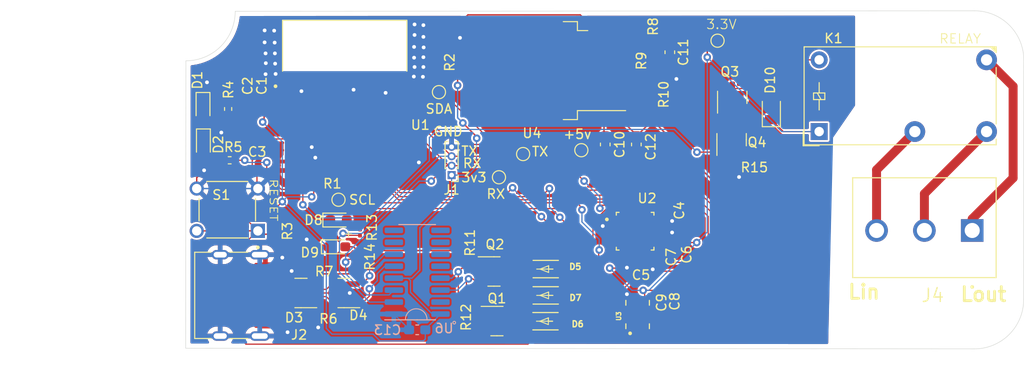
<source format=kicad_pcb>
(kicad_pcb (version 20221018) (generator pcbnew)
  (layers (0 "F.Cu" mixed) (31 "B.Cu" power) (34 "B.Paste" user) (35 "F.Paste" user) (36 "B.SilkS" user "B.Silkscreen") (37 "F.SilkS" user "F.Silkscreen") (38 "B.Mask" user) (39 "F.Mask" user) (44 "Edge.Cuts" user))
  (net 0 "")
  (net 1 "+3.3V")
  (net 2 "GND")
  (net 7 "/RST")
  (net 11 "RX")
  (net 12 "INIT_MPU")
  (net 14 "TX")
  (net 15 "SCL")
  (net 21 "Net-(D2-A)")
  (net 22 "Net-(D10-A)")
  (net 23 "SDA")
  (net 24 "Net-(U2-CPOUT)")
  (net 25 "+5V")
  (net 30 "Net-(D8-A)")
  (net 31 "Net-(D6-K)")
  (net 33 "Net-(U2-REGOUT)")
  (net 34 "Net-(D1-A)")
  (net 37 "INIT_ICM")
  (net 42 "CS")
  (net 47 "Net-(J2-CC2)")
  (net 48 "Net-(J2-CC1)")
  (net 49 "D+")
  (net 50 "D-")
  (net 53 "LED")
  (net 54 "Net-(U4-VA)")
  (net 55 "Net-(U4-EN)")
  (net 56 "Net-(Q1-B)")
  (net 57 "Net-(Q1-E)")
  (net 58 "Net-(Q2-B)")
  (net 59 "Net-(Q2-E)")
  (net 60 "/IO_0")
  (net 68 "Net-(D9-A)")
  (net 69 "Net-(J4-Pin_1)")
  (net 70 "Net-(J4-Pin_2)")
  (net 71 "Net-(J4-Pin_3)")
  (net 72 "Net-(Q3-B)")
  (net 73 "Relay")
  (net 74 "Net-(D5-K)")
  (net 75 "/IO_2")
  (footprint "mpu:QFN50P400X400X95-24N" (layer "F.Cu") (at 116.341 74.209)
    (fp_text reference "U2")
    (fp_text value "MPU-6050")
  )
  (footprint "Resistor_SMD:R_0402_1005Metric" (layer "F.Cu") (at 73.277 66.675 180)
    (fp_text reference "R5")
    (fp_text value "1k")
  )
  (footprint "ICM:PQFN50P300X250X97-14N" (layer "F.Cu") (at 116.607 83.058 90)
    (fp_text reference "U3")
    (fp_text value "ICM-42688-P")
  )
  (footprint "Package_TO_SOT_SMD:SOT-23" (layer "F.Cu") (at 126.655 59.9925 90)
    (fp_text reference "Q3")
    (fp_text value "BC847")
  )
  (footprint "LED_SMD:LED_0603_1608Metric_Pad1.05x0.95mm_HandSolder" (layer "F.Cu") (at 70.485 65.01 -90)
    (fp_text reference "D2")
    (fp_text value "Status Led")
  )
  (footprint "Resistor_SMD:R_0201_0603Metric" (layer "F.Cu") (at 81.4176 78.4352)
    (fp_text reference "R7")
    (fp_text value "4.7k")
  )
  (footprint "Resistor_SMD:R_0201_0603Metric" (layer "F.Cu") (at 98.425 81.026 -90)
    (fp_text reference "R12")
    (fp_text value "10k")
  )
  (footprint "Resistor_SMD:R_0201_0603Metric" (layer "F.Cu") (at 87.122 76.871 -90)
    (fp_text reference "R14")
    (fp_text value "1k")
  )
  (footprint "Package_TO_SOT_SMD:TO-263-5_TabPin3" (layer "F.Cu") (at 105.386 57.15 180)
    (fp_text reference "U4")
    (fp_text value "IFX25401TBV")
  )
  (footprint "Capacitor_SMD:C_01005_0402Metric" (layer "F.Cu") (at 75.438 60.431 90)
    (fp_text reference "C2")
    (fp_text value "0.1uF")
  )
  (footprint "TestPoint:TestPoint_Pad_D1.0mm" (layer "F.Cu") (at 110.629 65.604)
    (fp_text reference "+5v")
    (fp_text value "TX")
  )
  (footprint "TestPoint:TestPoint_Pad_D1.0mm" (layer "F.Cu") (at 84.836 70.866)
    (fp_text reference "SCL")
    (fp_text value "SCL")
  )
  (footprint "Capacitor_SMD:C_01005_0402Metric" (layer "F.Cu") (at 120.036 72.009 -90)
    (fp_text reference "C4")
    (fp_text value "2.2nF")
  )
  (footprint "Package_TO_SOT_SMD:SOT-23" (layer "F.Cu") (at 85.4225 80.772 180)
    (fp_text reference "D4")
    (fp_text value "SP0502BAHT")
  )
  (footprint "Connector_USB:USB_C_Receptacle_G-Switch_GT-USB-7010ASV" (layer "F.Cu") (at 73.347 81.024 -90)
    (fp_text reference "J2")
    (fp_text value "USB_C_Receptacle_USB2.0")
  )
  (footprint "Capacitor_SMD:C_01005_0402Metric" (layer "F.Cu") (at 76.936 60.431 90)
    (fp_text reference "C1")
    (fp_text value "10uF")
  )
  (footprint "Resistor_SMD:R_0201_0603Metric" (layer "F.Cu") (at 118.249 54.337 -90)
    (fp_text reference "R8")
    (fp_text value "13.19k")
  )
  (footprint "Resistor_SMD:R_0201_0603Metric" (layer "F.Cu") (at 87.122 74.331 -90)
    (fp_text reference "R13")
    (fp_text value "1k")
  )
  (footprint "Schottky:DIO_MMSZ4700T1G" (layer "F.Cu") (at 106.8475 78.232)
    (fp_text reference "D5")
    (fp_text value "D_Schottky")
  )
  (footprint "Schottky:DIO_MMSZ4700T1G" (layer "F.Cu") (at 106.8205 83.7692)
    (fp_text reference "D6")
    (fp_text value "D_Schottky")
  )
  (footprint "TestPoint:TestPoint_Pad_D1.0mm" (layer "F.Cu") (at 101.8794 68.4784)
    (fp_text reference "RX")
    (fp_text value "RX")
  )
  (footprint "Capacitor_SMD:C_01005_0402Metric" (layer "F.Cu") (at 120.544 83.291 90)
    (fp_text reference "C8")
    (fp_text value "0.1uF")
  )
  (footprint "Resistor_SMD:R_0201_0603Metric" (layer "F.Cu") (at 78.359 74.204 -90)
    (fp_text reference "R3")
    (fp_text value "10k")
  )
  (footprint "Schottky:DIO_MMSZ4700T1G" (layer "F.Cu") (at 106.8443 81.026)
    (fp_text reference "D7")
    (fp_text value "D_Schottky")
  )
  (footprint "Screw:CUI_TB009-508-03BE" (layer "F.Cu") (at 152.146 74.1325 180)
    (fp_text reference "J4")
    (fp_text value "Screw_Terminal_01x03")
  )
  (footprint "button:SW_TS02-66-95-BK-260-LCR-D" (layer "F.Cu") (at 73.025 71.9275 180)
    (fp_text reference "S1")
    (fp_text value "TS02-66-95-BK-260-LCR-D")
  )
  (footprint "LED_SMD:LED_0603_1608Metric_Pad1.05x0.95mm_HandSolder" (layer "F.Cu") (at 84.836 73.025)
    (fp_text reference "D8")
    (fp_text value "TX")
  )
  (footprint "Resistor_SMD:R_0201_0603Metric" (layer "F.Cu") (at 82.1542 83.4898 180)
    (fp_text reference "R6")
    (fp_text value "4.7k")
  )
  (footprint "TestPoint:TestPoint_Pad_D1.0mm" (layer "F.Cu") (at 125.095 53.975)
    (fp_text reference "TP2" hide)
    (fp_text value "TX")
  )
  (footprint "Package_TO_SOT_SMD:SOT-23" (layer "F.Cu") (at 101.3483 78.486)
    (fp_text reference "Q2")
    (fp_text value "BC847")
  )
  (footprint "Diode_SMD:D_0805_2012Metric" (layer "F.Cu") (at 130.81 61.4195 90)
    (fp_text reference "D10")
    (fp_text value "CD4148W")
  )
  (footprint "Resistor_SMD:R_0402_1005Metric" (layer "F.Cu") (at 73.1126 61.226 -90)
    (fp_text reference "R4")
    (fp_text value "1k")
  )
  (footprint "LED_SMD:LED_0603_1608Metric_Pad1.05x0.95mm_HandSolder" (layer "F.Cu") (at 84.6807 75.8655)
    (fp_text reference "D9")
    (fp_text value "RX")
  )
  (footprint "TestPoint:TestPoint_Pad_D1.0mm" (layer "F.Cu") (at 104.4448 66.0146 180)
    (fp_text reference "TP6" hide)
    (fp_text value "TX")
  )
  (footprint "esp 32:MODULE_ESP32-PICO-MINI-02" (layer "F.Cu") (at 85.496 62.812)
    (fp_text reference "U1")
    (fp_text value "ESP32-PICO-MINI-02")
  )
  (footprint "Resistor_SMD:R_0201_0603Metric" (layer "F.Cu") (at 126.655 67.183 180)
    (fp_text reference "R15")
    (fp_text value "10k")
  )
  (footprint "Resistor_SMD:R_0201_0603Metric" (layer "F.Cu") (at 98.806 77.815 90)
    (fp_text reference "R11")
    (fp_text value "10k")
  )
  (footprint "Capacitor_SMD:C_0603_1608Metric_Pad1.08x0.95mm_HandSolder" (layer "F.Cu") (at 116.471 64.9955 -90)
    (fp_text reference "C12")
    (fp_text value "10uF")
  )
  (footprint "TestPoint:TestPoint_Pad_D1.0mm" (layer "F.Cu") (at 95.504 59.436)
    (fp_text reference "SDA")
    (fp_text value "SDA")
  )
  (footprint "Resistor_SMD:R_0201_0603Metric" (layer "F.Cu") (at 118.249 59.671 90)
    (fp_text reference "R10")
    (fp_text value "4.7k")
  )
  (footprint "Resistor_SMD:R_0201_0603Metric" (layer "F.Cu") (at 118.249 56.115 -90)
    (fp_text reference "R9")
    (fp_text value "10k")
  )
  (footprint "Connector_PinHeader_1.00mm:PinHeader_1x04_P1.00mm_Vertical" (layer "F.Cu") (at 96.8502 68.2498 180)
    (fp_text reference "J1")
    (fp_text value "Conn_01x04_Pin")
  )
  (footprint "Capacitor_SMD:C_01005_0402Metric" (layer "F.Cu") (at 75.925 67.945)
    (fp_text reference "C3")
    (fp_text value "0.1uF")
  )
  (footprint "Capacitor_SMD:C_01005_0402Metric" (layer "F.Cu") (at 119.909 75.184 -90)
    (fp_text reference "C7")
    (fp_text value "10nF")
  )
  (footprint "Capacitor_SMD:C_01005_0402Metric" (layer "F.Cu") (at 119.02 83.312 90)
    (fp_text reference "C9")
    (fp_text value "0.1uF")
  )
  (footprint "Capacitor_SMD:C_01005_0402Metric" (layer "F.Cu") (at 121.687 75.163 90)
    (fp_text reference "C6")
    (fp_text value "0.1uF")
  )
  (footprint "LED_SMD:LED_0603_1608Metric_Pad1.05x0.95mm_HandSolder" (layer "F.Cu") (at 70.4456 61.1378 -90)
    (fp_text reference "D1")
    (fp_text value "Red Led")
  )
  (footprint "Resistor_SMD:R_0201_0603Metric" (layer "F.Cu") (at 95.6056 56.2762 -90)
    (fp_text reference "R2")
    (fp_text value "4.7k")
  )
  (footprint "Capacitor_SMD:C_01005_0402Metric" (layer "F.Cu") (at 116.84 77.851)
    (fp_text reference "C5")
    (fp_text value "0.1uF")
  )
  (footprint "Package_TO_SOT_SMD:SOT-23" (layer "F.Cu") (at 80.8505 80.772 180)
    (fp_text reference "D3")
    (fp_text value "SP0502BAHT")
  )
  (footprint "Capacitor_SMD:C_0603_1608Metric_Pad1.08x0.95mm_HandSolder" (layer "F.Cu") (at 113.169 64.9955 -90)
    (fp_text reference "C10")
    (fp_text value "10uF")
  )
  (footprint "Relay_THT:Relay_SPDT_Finder_32.21-x000" (layer "F.Cu") (at 135.89 63.627)
    (fp_text reference "K1")
    (fp_text value "Relay_SPDT")
  )
  (footprint "Capacitor_SMD:C_0603_1608Metric_Pad1.08x0.95mm_HandSolder" (layer "F.Cu") (at 120.027 55.1995 -90)
    (fp_text reference "C11")
    (fp_text value "1000uF")
  )
  (footprint "Package_TO_SOT_SMD:SOT-23" (layer "F.Cu") (at 101.662 83.754)
    (fp_text reference "Q1")
    (fp_text value "BC847")
  )
  (footprint "Package_TO_SOT_SMD:SOT-23" (layer "F.Cu") (at 126.589 64.486 90)
    (fp_text reference "Q4")
    (fp_text value "BC847")
  )
  (footprint "Resistor_SMD:R_0201_0603Metric" (layer "F.Cu") (at 82.5246 69.596)
    (fp_text reference "R1")
    (fp_text value "4.7k")
  )
  (footprint "Package_SO:SOIC-16_3.9x9.9mm_P1.27mm" (layer "B.Cu") (at 93.1926 78.5622)
    (fp_text reference "U6")
    (fp_text value "CH340C")
  )
  (footprint "Capacitor_SMD:C_0603_1608Metric_Pad1.08x0.95mm_HandSolder" (layer "B.Cu") (at 93.1926 84.6836 180)
    (fp_text reference "C13")
    (fp_text value "0.1uF")
  )
  (gr_arc (start 91.948 83.5914) (mid 93.091 82.4484) (end 94.234 83.5914) (stroke (width 0.1)) (layer "B.SilkS"))
  (gr_circle (center 97.1296 83.9216) (end 97.028 83.82) (stroke (width 0.1)) (fill none) (layer "B.SilkS"))
  (gr_line (start 152.373942 86.70795) (end 69.5706 86.6394) (stroke (width 0.05)) (layer "Edge.Cuts"))
  (gr_arc (start 73.862477 50.8508) (mid 72.3392 54.567482) (end 68.630142 56.109232) (stroke (width 0.05)) (layer "Edge.Cuts"))
  (gr_line (start 69.1642 86.6394) (end 68.6054 86.6394) (stroke (width 0.05)) (layer "Edge.Cuts"))
  (gr_arc (start 152.366318 50.800723) (mid 156.083 52.324) (end 157.62475 56.033058) (stroke (width 0.05)) (layer "Edge.Cuts"))
  (gr_line (start 73.862477 50.8508) (end 152.366318 50.800723) (stroke (width 0.05)) (layer "Edge.Cuts"))
  (gr_line (start 68.630142 56.109232) (end 68.6054 86.6394) (stroke (width 0.05)) (layer "Edge.Cuts"))
  (gr_line (start 69.5706 86.6394) (end 69.1642 86.6394) (stroke (width 0.05)) (layer "Edge.Cuts"))
  (gr_arc (start 157.606277 81.449518) (mid 156.083 85.1662) (end 152.373942 86.70795) (stroke (width 0.05)) (layer "Edge.Cuts"))
  (gr_line (start 157.62475 56.033058) (end 157.606277 81.449518) (stroke (width 0.05)) (layer "Edge.Cuts"))
  (gr_text "Lin" (at 138.811 81.534) (layer "F.SilkS") (effects (font (size 1.5 1.5) (thickness 0.3) bold) (justify left bottom)))
  (gr_text "RESET" (at 77.47 68.58 -90) (layer "F.SilkS") (effects (font (size 0.8 1) (thickness 0.1)) (justify left bottom)))
  (gr_text "3v3\n" (at 97.79 69.088) (layer "F.SilkS") (effects (font (size 1 1)) (justify left bottom)))
  (gr_text "3.3V\n" (at 123.825 52.825) (layer "F.SilkS") (effects (font (size 1 1) (thickness 0.1)) (justify left bottom)))
  (gr_text "RELAY" (at 148.59 54.356) (layer "F.SilkS") (effects (font (size 1 1) (thickness 0.1)) (justify left bottom)))
  (gr_text "TX\n" (at 97.79 66.294) (layer "F.SilkS") (effects (font (size 1 1)) (justify left bottom)))
  (gr_text "GND" (at 94.858722 64.208219) (layer "F.SilkS") (effects (font (size 1 1)) (justify left bottom)))
  (gr_text "Lout" (at 150.749 81.788) (layer "F.SilkS") (effects (font (size 1.5 1.5) (thickness 0.3) bold) (justify left bottom)))
  (gr_text "RX" (at 97.959827 67.588348) (layer "F.SilkS") (effects (font (size 1 1)) (justify left bottom)))
  (segment (start 118.336 75.434) (end 118.311 75.459) (width 0.127) (layer "F.Cu") (net 1))
  (segment (start 98.5774 51.2318) (end 95.6056 54.2036) (width 0.15) (layer "F.Cu") (net 1))
  (segment (start 132.08 63.627) (end 130.81 62.357) (width 0.127) (layer "F.Cu") (net 1))
  (segment (start 76.936 60.681) (end 76.936 62.4592) (width 0.15) (layer "F.Cu") (net 1))
  (segment (start 135.89 63.627) (end 132.08 63.627) (width 0.127) (layer "F.Cu") (net 1))
  (segment (start 121.4628 80.9498) (end 121.0056 80.4926) (width 0.127) (layer "F.Cu") (net 1))
  (segment (start 121.4628 83.312) (end 121.4628 80.9498) (width 0.127) (layer "F.Cu") (net 1))
  (segment (start 97.4852 56.5404) (end 97.4852 58.7248) (width 0.15) (layer "F.Cu") (net 1))
  (segment (start 95.6056 55.9562) (end 96.901 55.9562) (width 0.15) (layer "F.Cu") (net 1))
  (segment (start 119.909 75.434) (end 118.336 75.434) (width 0.127) (layer "F.Cu") (net 1))
  (segment (start 122.8848 75.413) (end 122.8852 75.4126) (width 0.127) (layer "F.Cu") (net 1))
  (segment (start 117.982 53.75) (end 118.249 54.017) (width 0.15) (layer "F.Cu") (net 1))
  (segment (start 78.359 71.5772) (end 78.867 71.0692) (width 0.127) (layer "F.Cu") (net 1))
  (segment (start 121.687 75.413) (end 122.8848 75.413) (width 0.127) (layer "F.Cu") (net 1))
  (segment (start 117.522 83.558) (end 119.016 83.558) (width 0.127) (layer "F.Cu") (net 1))
  (segment (start 115.591 76.959) (end 114.4196 78.1304) (width 0.127) (layer "F.Cu") (net 1))
  (segment (start 119.016 83.558) (end 119.02 83.562) (width 0.127) (layer "F.Cu") (net 1))
  (segment (start 121.666 75.434) (end 121.687 75.413) (width 0.127) (layer "F.Cu") (net 1))
  (segment (start 118.249 54.017) (end 119.707 54.017) (width 0.15) (layer "F.Cu") (net 1))
  (segment (start 125.095 53.975) (end 124.0028 55.0672) (width 0.15) (layer "F.Cu") (net 1))
  (segment (start 121.0056 80.4926) (end 117.1956 80.4926) (width 0.127) (layer "F.Cu") (net 1))
  (segment (start 119.02 83.562) (end 120.523 83.562) (width 0.127) (layer "F.Cu") (net 1))
  (segment (start 119.707 54.017) (end 120.027 54.337) (width 0.15) (layer "F.Cu") (net 1))
  (segment (start 117.357 80.654) (end 117.1956 80.4926) (width 0.127) (layer "F.Cu") (net 1))
  (segment (start 78.526 60.412) (end 78.257 60.681) (width 0.15) (layer "F.Cu") (net 1))
  (segment (start 120.544 83.541) (end 121.2338 83.541) (width 0.127) (layer "F.Cu") (net 1))
  (segment (start 78.257 60.681) (end 76.936 60.681) (width 0.15) (layer "F.Cu") (net 1))
  (segment (start 114.4196 78.1304) (end 113.6396 78.1304) (width 0.127) (layer "F.Cu") (net 1))
  (segment (start 95.6056 54.2036) (end 95.6056 55.9562) (width 0.15) (layer "F.Cu") (net 1))
  (segment (start 121.2338 83.541) (end 121.4628 83.312) (width 0.127) (layer "F.Cu") (net 1))
  (segment (start 79.596 60.412) (end 78.526 60.412) (width 0.15) (layer "F.Cu") (net 1))
  (segment (start 117.357 81.893) (end 117.357 80.654) (width 0.127) (layer "F.Cu") (net 1))
  (segment (start 124.0028 55.0672) (end 124.0028 55.7276) (width 0.15) (layer "F.Cu") (net 1))
  (segment (start 73.1126 60.716) (end 75.403 60.716) (width 0.127) (layer "F.Cu") (net 1))
  (segment (start 110.5178 51.2318) (end 98.5774 51.2318) (width 0.15) (layer "F.Cu") (net 1))
  (segment (start 76.936 62.4592) (end 76.7842 62.611) (width 0.15) (layer "F.Cu") (net 1))
  (segment (start 113.036 53.75) (end 110.5178 51.2318) (width 0.15) (layer "F.Cu") (net 1))
  (segment (start 99.5172 64.1858) (end 99.5172 64.3356) (width 0.15) (layer "F.Cu") (net 1))
  (segment (start 120.389 53.975) (end 120.027 54.337) (width 0.15) (layer "F.Cu") (net 1))
  (segment (start 98.044 62.7126) (end 99.5172 64.1858) (width 0.15) (layer "F.Cu") (net 1))
  (segment (start 82.2046 70.3478) (end 81.9912 70.5612) (width 0.127) (layer "F.Cu") (net 1))
  (segment (start 82.2046 69.596) (end 82.2046 70.3478) (width 0.127) (layer "F.Cu") (net 1))
  (segment (start 119.909 75.434) (end 121.666 75.434) (width 0.127) (layer "F.Cu") (net 1))
  (segment (start 96.901 55.9562) (end 97.4852 56.5404) (width 0.15) (layer "F.Cu") (net 1))
  (segment (start 120.523 83.562) (end 120.544 83.541) (width 0.127) (layer "F.Cu") (net 1))
  (segment (start 78.359 73.884) (end 78.359 71.5772) (width 0.127) (layer "F.Cu") (net 1))
  (segment (start 75.403 60.716) (end 75.438 60.681) (width 0.127) (layer "F.Cu") (net 1))
  (segment (start 75.438 60.681) (end 76.936 60.681) (width 0.15) (layer "F.Cu") (net 1))
  (segment (start 125.095 53.975) (end 120.389 53.975) (width 0.15) (layer "F.Cu") (net 1))
  (segment (start 113.036 53.75) (end 117.982 53.75) (width 0.15) (layer "F.Cu") (net 1))
  (segment (start 115.591 76.179) (end 115.591 76.959) (width 0.127) (layer "F.Cu") (net 1))
  (via (at 99.5172 64.3356) (size 0.8) (drill 0.4) (layers "F.Cu" "B.Cu") (net 1))
  (via (at 97.4852 58.7248) (size 0.8) (drill 0.4) (layers "F.Cu" "B.Cu") (net 1))
  (via (at 98.044 62.7126) (size 0.8) (drill 0.4) (layers "F.Cu" "B.Cu") (net 1))
  (via (at 81.9912 70.5612) (size 0.8) (drill 0.4) (layers "F.Cu" "B.Cu") (net 1))
  (via (at 124.0028 55.7276) (size 0.8) (drill 0.4) (layers "F.Cu" "B.Cu") (net 1))
  (via (at 78.867 71.0692) (size 0.8) (drill 0.4) (layers "F.Cu" "B.Cu") (net 1))
  (via (at 117.1956 80.4926) (size 0.8) (drill 0.4) (layers "F.Cu" "B.Cu") (net 1))
  (via (at 122.8852 75.4126) (size 0.8) (drill 0.4) (layers "F.Cu" "B.Cu") (net 1))
  (via (at 76.7842 62.611) (size 0.8) (drill 0.4) (layers "F.Cu" "B.Cu") (net 1))
  (via (at 113.6396 78.1304) (size 0.8) (drill 0.4) (layers "F.Cu" "B.Cu") (net 1))
  (segment (start 117.8052 80.4926) (end 122.8852 75.4126) (width 0.127) (layer "B.Cu") (net 1))
  (segment (start 90.7176 79.1972) (end 92.6338 79.1972) (width 0.127) (layer "B.Cu") (net 1))
  (segment (start 113.6396 78.1304) (end 116.0018 80.4926) (width 0.127) (layer "B.Cu") (net 1))
  (segment (start 84.1502 85.1408) (end 83.5406 84.5312) (width 0.127) (layer "B.Cu") (net 1))
  (segment (start 124.0028 55.7276) (end 131.9022 63.627) (width 0.127) (layer "B.Cu") (net 1))
  (segment (start 93.472 78.359) (end 93.472 73.8378) (width 0.127) (layer "B.Cu") (net 1))
  (segment (start 99.493256 64.616144) (end 99.5172 64.5922) (width 0.127) (layer "B.Cu") (net 1))
  (segment (start 89.2302 85.852) (end 88.519 85.1408) (width 0.127) (layer "B.Cu") (net 1))
  (segment (start 78.867 71.0692) (end 78.867 64.6938) (width 0.127) (layer "B.Cu") (net 1))
  (segment (start 96.8502 70.4596) (end 96.8502 68.2498) (width 0.127) (layer "B.Cu") (net 1))
  (segment (start 122.8852 75.4126) (end 124.0028 74.295) (width 0.127) (layer "B.Cu") (net 1))
  (segment (start 92.4814 79.4512) (end 92.4814 80.6958) (width 0.127) (layer "B.Cu") (net 1))
  (segment (start 117.1956 80.4926) (end 117.8052 80.4926) (width 0.127) (layer "B.Cu") (net 1))
  (segment (start 78.867 64.6938) (end 76.7842 62.611) (width 0.127) (layer "B.Cu") (net 1))
  (segment (start 116.0018 80.4926) (end 117.1956 80.4926) (width 0.127) (layer "B.Cu") (net 1))
  (segment (start 96.8502 68.2498) (end 98.5774 68.2498) (width 0.127) (layer "B.Cu") (net 1))
  (segment (start 92.2274 79.1972) (end 92.4814 79.4512) (width 0.127) (layer "B.Cu") (net 1))
  (segment (start 94.0551 85.6499) (end 93.853 85.852) (width 0.127) (layer "B.Cu") (net 1))
  (segment (start 99.5172 64.5922) (end 99.5172 64.3356) (width 0.127) (layer "B.Cu") (net 1))
  (segment (start 92.4814 80.6958) (end 94.7928 83.0072) (width 0.127) (layer "B.Cu") (net 1))
  (segment (start 97.4852 62.1538) (end 98.044 62.7126) (width 0.15) (layer "B.Cu") (net 1))
  (segment (start 92.6338 79.1972) (end 93.472 78.359) (width 0.127) (layer "B.Cu") (net 1))
  (segment (start 99.493256 67.333944) (end 99.493256 64.616144) (width 0.127) (layer "B.Cu") (net 1))
  (segment (start 78.867 71.0692) (end 79.375 70.5612) (width 0.127) (layer "B.Cu") (net 1))
  (segment (start 131.9022 63.627) (end 135.89 63.627) (width 0.127) (layer "B.Cu") (net 1))
  (segment (start 94.0551 84.6836) (end 94.0551 85.6499) (width 0.127) (layer "B.Cu") (net 1))
  (segment (start 124.0028 74.295) (end 124.0028 55.7276) (width 0.127) (layer "B.Cu") (net 1))
  (segment (start 113.6396 78.1304) (end 113.7666 78.0034) (width 0.127) (layer "B.Cu") (net 1))
  (segment (start 94.0551 84.6197) (end 94.0551 84.6836) (width 0.127) (layer "B.Cu") (net 1))
  (segment (start 88.519 85.1408) (end 84.1502 85.1408) (width 0.127) (layer "B.Cu") (net 1))
  (segment (start 83.5406 75.7428) (end 78.867 71.0692) (width 0.127) (layer "B.Cu") (net 1))
  (segment (start 98.5774 68.2498) (end 99.493256 67.333944) (width 0.127) (layer "B.Cu") (net 1))
  (segment (start 97.4852 58.7248) (end 97.4852 62.1538) (width 0.15) (layer "B.Cu") (net 1))
  (segment (start 90.7176 79.1972) (end 92.2274 79.1972) (width 0.127) (layer "B.Cu") (net 1))
  (segment (start 95.6676 83.0072) (end 94.0551 84.6197) (width 0.127) (layer "B.Cu") (net 1))
  (segment (start 94.7928 83.0072) (end 95.6676 83.0072) (width 0.127) (layer "B.Cu") (net 1))
  (segment (start 93.472 73.8378) (end 96.8502 70.4596) (width 0.127) (layer "B.Cu") (net 1))
  (segment (start 93.853 85.852) (end 89.2302 85.852) (width 0.127) (layer "B.Cu") (net 1))
  (segment (start 83.5406 84.5312) (end 83.5406 75.7428) (width 0.127) (layer "B.Cu") (net 1))
  (segment (start 79.375 70.5612) (end 81.9912 70.5612) (width 0.127) (layer "B.Cu") (net 1))
  (segment (start 85.496 60.862) (end 87.446 60.862) (width 0.15) (layer "F.Cu") (net 2))
  (segment (start 83.546 64.762) (end 85.496 64.762) (width 0.15) (layer "F.Cu") (net 2))
  (segment (start 82.296 57.912) (end 83.096 57.912) (width 0.15) (layer "F.Cu") (net 2))
  (segment (start 113.036 57.15) (end 118.7196 57.15) (width 0.15) (layer "F.Cu") (net 2))
  (segment (start 115.857 81.186) (end 115.857 81.893) (width 0.15) (layer "F.Cu") (net 2))
  (segment (start 115.4684 78.0796) (end 115.4684 77.6986) (width 0.15) (layer "F.Cu") (net 2))
  (segment (start 119.909 74.934) (end 121.666 74.934) (width 0.127) (layer "F.Cu") (net 2))
  (segment (start 85.496 64.762) (end 85.496 62.812) (width 0.15) (layer "F.Cu") (net 2))
  (segment (start 83.096 57.912) (end 83.896 57.912) (width 0.15) (layer "F.Cu") (net 2))
  (segment (start 121.666 74.934) (end 121.687 74.913) (width 0.127) (layer "F.Cu") (net 2))
  (segment (start 126.975 67.183) (end 126.975 68.047) (width 0.127) (layer "F.Cu") (net 2))
  (segment (start 120.7262 58.039) (end 119.8372 57.15) (width 0.15) (layer "F.Cu") (net 2))
  (segment (start 88.696 57.912) (end 89.496 57.912) (width 0.15) (layer "F.Cu") (net 2))
  (segment (start 77.072 84.224) (end 78.7122 84.224) (width 0.15) (layer "F.Cu") (net 2))
  (segment (start 98.444 54.375) (end 97.7392 53.6702) (width 0.15) (layer "F.Cu") (net 2))
  (segment (start 87.096 57.912) (end 87.896 57.912) (width 0.15) (layer "F.Cu") (net 2))
  (segment (start 113.036 57.15) (end 103.886 57.15) (width 0.15) (layer "F.Cu") (net 2))
  (segment (start 76.175 69.5775) (end 76.275 69.6775) (width 0.127) (layer "F.Cu") (net 2))
  (segment (start 83.546 62.812) (end 83.546 60.862) (width 0.15) (layer "F.Cu") (net 2))
  (segment (start 82.3722 66.3956) (end 82.296 66.4718) (width 0.15) (layer "F.Cu") (net 2))
  (segment (start 79.596 66.812) (end 79.596 67.712) (width 0.127) (layer "F.Cu") (net 2))
  (segment (start 84.485 80.772) (end 86.0298 80.772) (width 0.127) (layer "F.Cu") (net 2))
  (segment (start 90.296 59.056) (end 90.296 57.912) (width 0.15) (layer "F.Cu") (net 2))
  (segment (start 83.961 73.025) (end 83.961 75.4308) (width 0.15) (layer "F.Cu") (net 2))
  (segment (start 116.857 81.893) (end 116.857 81.469962) (width 0.15) (layer "F.Cu") (net 2))
  (segment (start 120.036 72.259) (end 120.036 72.496) (width 0.127) (layer "F.Cu") (net 2))
  (segment (start 70.4456 60.2628) (end 70.4456 58.815) (width 0.15) (layer "F.Cu") (net 2))
  (segment (start 89.8398 59.5122) (end 90.296 59.056) (width 0.15) (layer "F.Cu") (net 2))
  (segment (start 79.596 57.912) (end 79.546 57.862) (width 0.15) (layer "F.Cu") (net 2))
  (segment (start 79.596 67.712) (end 79.546 67.762) (width 0.127) (layer "F.Cu") (net 2))
  (segment (start 77.072 77.824) (end 78.0558 77.824) (width 0.15) (layer "F.Cu") (net 2))
  (segment (start 89.496 57.912) (end 90.296 57.912) (width 0.15) (layer "F.Cu") (net 2))
  (segment (start 81.0976 78.4352) (end 79.8576 78.4352) (width 0.127) (layer "F.Cu") (net 2))
  (segment (start 120.036 72.259) (end 120.036 72.8936) (width 0.127) (layer "F.Cu") (net 2))
  (segment (start 112.903 73.522) (end 112.903 73.66) (width 0.15) (layer "F.Cu") (net 2))
  (segment (start 83.546 64.762) (end 82.5072 64.762) (width 0.15) (layer "F.Cu") (net 2))
  (segment (start 81.9615 75.5861) (end 81.4578 75.0824) (width 0.15) (layer "F.Cu") (net 2))
  (segment (start 79.596 58.812) (end 79.596 57.912) (width 0.15) (layer "F.Cu") (net 2))
  (segment (start 83.546 60.862) (end 85.496 60.862) (width 0.15) (layer "F.Cu") (net 2))
  (segment (start 119.016 83.058) (end 119.02 83.062) (width 0.127) (layer "F.Cu") (net 2))
  (segment (start 81.496 57.912) (end 82.296 57.912) (width 0.15) (layer "F.Cu") (net 2))
  (segment (start 83.961 75.4308) (end 83.8057 75.5861) (width 0.15) (layer "F.Cu") (net 2))
  (segment (start 116.091 77.076) (end 116.091 76.179) (width 0.15) (layer "F.Cu") (net 2))
  (segment (start 82.2409 75.8655) (end 81.9615 75.5861) (width 0.15) (layer "F.Cu") (net 2))
  (segment (start 93.3704 67.0814) (end 93.3704 66.9036) (width 0.15) (layer "F.Cu") (net 2))
  (segment (start 84.696 57.912) (end 86.296 57.912) (width 0.15) (layer "F.Cu") (net 2))
  (segment (start 79.546 57.862) (end 80.646 57.862) (width 0.15) (layer "F.Cu") (net 2))
  (segment (start 118.2116 78.2574) (end 118.2116 78.232) (width 0.127) (layer "F.Cu") (net 2))
  (segment (start 86.4362 59.182) (end 86.296 59.0418) (width 0.15) (layer "F.Cu") (net 2))
  (segment (start 78.0558 77.824) (end 78.867 77.0128) (width 0.15) (layer "F.Cu") (net 2))
  (segment (start 87.446 64.762) (end 87.446 62.812) (width 0.15) (layer "F.Cu") (net 2))
  (segment (start 113.036 57.15) (end 117.534 57.15) (width 0.15) (layer "F.Cu") (net 2))
  (segment (start 113.169 65.858) (end 116.471 65.858) (width 0.127) (layer "F.Cu") (net 2))
  (segment (start 127.539 66.619) (end 126.975 67.183) (width 0.127) (layer "F.Cu") (net 2))
  (segment (start 80.899 59.3344) (end 80.696 59.1314) (width 0.15) (layer "F.Cu") (net 2))
  (segment (start 119.909 74.7058) (end 119.909 74.934) (width 0.127) (layer "F.Cu") (net 2))
  (segment (start 82.4742 84.2268) (end 82.677 84.4296) (width 0.127) (layer "F.Cu") (net 2))
  (segment (start 80.696 57.912) (end 81.496 57.912) (width 0.15) (layer "F.Cu") (net 2))
  (segment (start 115.9664 81.323) (end 115.857 81.4324) (width 0.15) (layer "F.Cu") (net 2))
  (segment (start 117.8306 77.851) (end 117.09 77.851) (width 0.127) (layer "F.Cu") (net 2))
  (segment (start 91.446 67.762) (end 92.6898 67.762) (width 0.15) (layer "F.Cu") (net 2))
  (segment (start 114.371 72.959) (end 113.466 72.959) (width 0.15) (layer "F.Cu") (net 2))
  (segment (start 120.269 74.3458) (end 119.909 74.7058) (width 0.127) (layer "F.Cu") (net 2))
  (segment (start 83.546 64.762) (end 83.546 62.812) (width 0.15) (layer "F.Cu") (net 2))
  (segment (start 70.4456 58.815) (end 70.866 58.3946) (width 0.15) (layer "F.Cu") (net 2))
  (segment (start 71.9836 64.135) (end 72.39 63.7286) (width 0.15) (layer "F.Cu") (net 2))
  (segment (start 126.975 68.047) (end 127.381 68.453) (width 0.127) (layer "F.Cu") (net 2))
  (segment (start 69.775 68.528) (end 70.5612 67.7418) (width 0.15) (layer "F.Cu") (net 2))
  (segment (start 120.523 83.062) (end 120.544 83.041) (width 0.127) (layer "F.Cu") (net 2))
  (segment (start 82.296 66.4718) (end 82.296 67.712) (width 0.15) (layer "F.Cu") (net 2))
  (segment (start 82.4742 83.4898) (end 82.4742 84.2268) (width 0.127) (layer "F.Cu") (net 2))
  (segment (start 115.4684 77.6986) (end 116.091 77.076) (width 0.15) (layer "F.Cu") (net 2))
  (segment (start 76.175 67.945) (end 76.175 69.5775) (width 0.127) (layer "F.Cu") (net 2))
  (segment (start 117.522 83.058) (end 119.016 83.058) (width 0.127) (layer "F.Cu") (net 2))
  (segment (start 127.539 65.4235) (end 127.539 66.619) (width 0.127) (layer "F.Cu") (net 2))
  (segment (start 76.936 60.181) (end 77.505 59.612) (width 0.15) (layer "F.Cu") (net 2))
  (segment (start 113.466 72.959) (end 112.903 73.522) (width 0.15) (layer "F.Cu") (net 2))
  (segment (start 117.091 77.85) (end 117.09 77.851) (width 0.127) (layer "F.Cu") (net 2))
  (segment (start 87.446 60.862) (end 87.446 62.812) (width 0.15) (layer "F.Cu") (net 2))
  (segment (start 117.522 82.558) (end 117.522 83.058) (width 0.15) (layer "F.Cu") (net 2))
  (segment (start 77.505 59.612) (end 79.596 59.612) (width 0.15) (layer "F.Cu") (net 2))
  (segment (start 80.696 59.1314) (end 80.696 57.912) (width 0.15) (layer "F.Cu") (net 2))
  (segment (start 80.646 57.862) (end 80.696 57.912) (width 0.15) (layer "F.Cu") (net 2))
  (segment (start 86.296 57.912) (end 87.096 57.912) (width 0.15) (layer "F.Cu") (net 2))
  (segment (start 127.605 65.3575) (end 127.539 65.4235) (width 0.127) (layer "F.Cu") (net 2))
  (segment (start 117.091 76.179) (end 117.091 77.85) (width 0.127) (layer "F.Cu") (net 2))
  (segment (start 119.02 83.062) (end 120.523 83.062) (width 0.127) (layer "F.Cu") (net 2))
  (segment (start 83.546 62.812) (end 85.496 62.812) (width 0.15) (layer "F.Cu") (net 2))
  (segment (start 127.605 60.93) (end 127.605 65.3575) (width 0.127) (layer "F.Cu") (net 2))
  (segment (start 83.8057 75.8655) (end 82.2409 75.8655) (width 0.15) (layer "F.Cu") (net 2))
  (segment (start 85.496 62.812) (end 87.446 62.812) (width 0.15) (layer "F.Cu") (net 2))
  (segment (start 116.857 81.469962) (end 116.710038 81.323) (width 0.15) (layer "F.Cu") (net 2))
  (segment (start 87.896 57.912) (end 88.696 57.912) (width 0.15) (layer "F.Cu") (net 2))
  (segment (start 117.534 57.15) (end 118.249 56.435) (width 0.15) (layer "F.Cu") (net 2))
  (segment (start 118.939 57.15) (end 120.027 56.062) (width 0.15) (layer "F.Cu") (net 2))
  (segment (start 119.573 72.959) (end 118.311 72.959) (width 0.127) (layer "F.Cu") (net 2))
  (segment (start 118.2116 78.232) (end 117.8306 77.851) (width 0.127) (layer "F.Cu") (net 2))
  (segment (start 119.8372 57.15) (end 118.7196 57.15) (width 0.15) (layer "F.Cu") (net 2))
  (segment (start 118.7196 57.15) (end 118.939 57.15) (width 0.15) (layer "F.Cu") (net 2))
  (segment (start 69.775 69.6775) (end 69.775 68.528) (width 0.15) (layer "F.Cu") (net 2))
  (segment (start 120.036 72.8936) (end 120.269 73.1266) (width 0.127) (layer "F.Cu") (net 2))
  (segment (start 120.036 72.496) (end 119.573 72.959) (width 0.127) (layer "F.Cu") (net 2))
  (segment (start 85.496 62.812) (end 85.496 60.862) (width 0.15) (layer "F.Cu") (net 2))
  (segment (start 115.567824 80.896824) (end 115.857 81.186) (width 0.15) (layer "F.Cu") (net 2))
  (segment (start 78.7122 84.224) (end 79.4258 84.9376) (width 0.15) (layer "F.Cu") (net 2))
  (segment (start 70.485 64.135) (end 71.9836 64.135) (width 0.15) (layer "F.Cu") (net 2))
  (segment (start 115.4684 80.896824) (end 115.567824 80.896824) (width 0.15) (layer "F.Cu") (net 2))
  (segment (start 92.6898 67.762) (end 93.3704 67.0814) (width 0.15) (layer "F.Cu") (net 2))
  (segment (start 85.496 64.762) (end 87.446 64.762) (width 0.15) (layer "F.Cu") (net 2))
  (segment (start 82.5072 64.762) (end 81.9912 65.278) (width 0.15) (layer "F.Cu") (net 2))
  (segment (start 116.710038 81.323) (end 115.9664 81.323) (width 0.15) (layer "F.Cu") (net 2))
  (segment (start 79.913 80.772) (end 84.485 80.772) (width 0.127) (layer "F.Cu") (net 2))
  (segment (start 86.296 59.0418) (end 86.296 57.912) (width 0.15) (layer "F.Cu") (net 2))
  (segment (start 101.461 54.375) (end 98.444 54.375) (width 0.15) (layer "F.Cu") (net 2))
  (segment (start 83.896 57.912) (end 84.696 57.912) (width 0.15) (layer "F.Cu") (net 2))
  (via (at 115.4684 80.896824) (size 0.8) (drill 0.4) (layers "F.Cu" "B.Cu") (net 2))
  (via (at 82.677 84.4296) (size 0.8) (drill 0.4) (layers "F.Cu" "B.Cu") (net 2))
  (via (at 86.0298 80.772) (size 0.8) (drill 0.4) (layers "F.Cu" "B.Cu") (net 2))
  (via (at 78.1558 57.5056) (size 0.8) (drill 0.4) (layers "F.Cu" "B.Cu") (net 2))
  (via (at 70.5612 67.7418) (size 0.8) (drill 0.4) (layers "F.Cu" "B.Cu") (net 2))
  (via (at 93.8022 57.8104) (size 0.8) (drill 0.4) (layers "F.Cu" "B.Cu") (net 2))
  (via (at 70.866 58.3946) (size 0.8) (drill 0.4) (layers "F.Cu" "B.Cu") (net 2))
  (via (at 81.9912 65.278) (size 0.8) (drill 0.4) (layers "F.Cu" "B.Cu") (net 2))
  (via (at 115.4684 78.0796) (size 0.8) (drill 0.4) (layers "F.Cu" "B.Cu") (net 2))
  (via (at 78.867 77.0128) (size 0.8) (drill 0.4) (layers "F.Cu" "B.Cu") (net 2))
  (via (at 120.269 74.3458) (size 0.8) (drill 0.4) (layers "F.Cu" "B.Cu") (net 2))
  (via (at 78.0796 55.3212) (size 0.8) (drill 0.4) (layers "F.Cu" "B.Cu") (net 2))
  (via (at 78.0542 54.1782) (size 0.8) (drill 0.4) (layers "F.Cu" "B.Cu") (net 2))
  (via (at 78.105 56.4134) (size 0.8) (drill 0.4) (layers "F.Cu" "B.Cu") (net 2))
  (via (at 79.4258 84.9376) (size 0.8) (drill 0.4) (layers "F.Cu" "B.Cu") (net 2))
  (via (at 92.9132 52.2478) (size 0.8) (drill 0.4) (layers "F.Cu" "B.Cu") (net 2))
  (via (at 77.089 55.3212) (size 0.8) (drill 0.4) (layers "F.Cu" "B.Cu") (net 2))
  (via (at 72.39 63.7286) (size 0.8) (drill 0.4) (layers "F.Cu" "B.Cu") (net 2))
  (via (at 86.4362 59.182) (size 0.8) (drill 0.4) (layers "F.Cu" "B.Cu") (net 2))
  (via (at 92.837 57.785) (size 0.8) (drill 0.4) (layers "F.Cu" "B.Cu") (net 2))
  (via (at 78.0034 52.9082) (size 0.8) (drill 0.4) (layers "F.Cu" "B.Cu") (net 2))
  (via (at 93.8784 54.6862) (size 0.8) (drill 0.4) (layers "F.Cu" "B.Cu") (net 2))
  (via (at 97.7392 53.6702) (size 0.8) (drill 0.4) (layers "F.Cu" "B.Cu") (net 2))
  (via (at 112.903 73.66) (size 0.8) (drill 0.4) (layers "F.Cu" "B.Cu") (net 2))
  (via (at 92.9132 56.769) (size 0.8) (drill 0.4) (layers "F.Cu" "B.Cu") (net 2))
  (via (at 93.853 56.769) (size 0.8) (drill 0.4) (layers "F.Cu" "B.Cu") (net 2))
  (via (at 93.3704 66.9036) (size 0.8) (drill 0.4) (layers "F.Cu" "B.Cu") (net 2))
  (via (at 76.9874 52.8828) (size 0.8) (drill 0.4) (layers "F.Cu" "B.Cu") (net 2))
  (via (at 120.269 73.1266) (size 0.8) (drill 0.4) (layers "F.Cu" "B.Cu") (net 2))
  (via (at 118.2116 78.2574) (size 0.8) (drill 0.4) (layers "F.Cu" "B.Cu") (net 2))
  (via (at 81.4578 75.0824) (size 0.8) (drill 0.4) (layers "F.Cu" "B.Cu") (net 2))
  (via (at 82.3722 66.3956) (size 0.8) (drill 0.4) (layers "F.Cu" "B.Cu") (net 2))
  (via (at 93.853 53.5686) (size 0.8) (drill 0.4) (layers "F.Cu" "B.Cu") (net 2))
  (via (at 127.381 68.453) (size 0.8) (drill 0.4) (layers "F.Cu" "B.Cu") (net 2))
  (via (at 80.899 59.3344) (size 0.8) (drill 0.4) (layers "F.Cu" "B.Cu") (net 2))
  (via (at 77.1144 56.3626) (size 0.8) (drill 0.4) (layers "F.Cu" "B.Cu") (net 2))
  (via (at 79.8576 78.4352) (size 0.8) (drill 0.4) (layers "F.Cu" "B.Cu") (net 2))
  (via (at 92.9132 53.3654) (size 0.8) (drill 0.4) (layers "F.Cu" "B.Cu") (net 2))
  (via (at 92.8624 54.6354) (size 0.8) (drill 0.4) (layers "F.Cu" "B.Cu") (net 2))
  (via (at 76.9874 54.1528) (size 0.8) (drill 0.4) (layers "F.Cu" "B.Cu") (net 2))
  (via (at 93.853 55.7276) (size 0.8) (drill 0.4) (layers "F.Cu" "B.Cu") (net 2))
  (via (at 93.853 52.324) (size 0.8) (drill 0.4) (layers "F.Cu" "B.Cu") (net 2))
  (via (at 120.7262 58.039) (size 0.8) (drill 0.4) (layers "F.Cu" "B.Cu") (net 2))
  (via (at 89.8398 59.5122) (size 0.8) (drill 0.4) (layers "F.Cu" "B.Cu") (net 2))
  (via (at 77.089 57.531) (size 0.8) (drill 0.4) (layers "F.Cu" "B.Cu") (net 2))
  (via (at 92.8624 55.7784) (size 0.8) (drill 0.4) (layers "F.Cu" "B.Cu") (net 2))
  (segment (start 69.775 69.6775) (end 76.275 69.6775) (width 0.15) (layer "B.Cu") (net 2))
  (segment (start 90.7176 83.0072) (end 92.3301 84.6197) (width 0.127) (layer "B.Cu") (net 2))
  (segment (start 92.3301 84.6197) (end 92.3301 84.6836) (width 0.127) (layer "B.Cu") (net 2))
  (segment (start 79.596 64.412) (end 77.955 64.412) (width 0.127) (layer "F.Cu") (net 7))
  (segment (start 74.2696 85.471) (end 75.0062 86.2076) (width 0.127) (layer "F.Cu") (net 7))
  (segment (start 76.6215 74.524) (end 78.359 74.524) (width 0.127) (layer "F.Cu") (net 7))
  (segment (start 74.5913 69.0287) (end 75.675 67.945) (width 0.127) (layer "F.Cu") (net 7))
  (segment (start 74.5913 72.4938) (end 76.275 74.1775) (width 0.127) (layer "F.Cu") (net 7))
  (segment (start 75.8694 74.524) (end 74.2696 76.1238) (width 0.127) (layer "F.Cu") (net 7))
  (segment (start 77.955 64.412) (end 75.675 66.692) (width 0.127) (layer "F.Cu") (net 7))
  (segment (start 76.275 74.1775) (end 75.3205 74.1775) (width 0.127) (layer "F.Cu") (net 7))
  (segment (start 74.2696 76.1238) (end 74.2696 85.471) (width 0.127) (layer "F.Cu") (net 7))
  (segment (start 78.359 74.524) (end 75.8694 74.524) (width 0.127) (layer "F.Cu") (net 7))
  (segment (start 104.9528 86.2076) (end 107.3912 83.7692) (width 0.127) (layer "F.Cu") (net 7))
  (segment (start 75.675 66.692) (end 75.675 67.945) (width 0.127) (layer "F.Cu") (net 7))
  (segment (start 107.3912 83.7692) (end 108.458 83.7692) (width 0.127) (layer "F.Cu") (net 7))
  (segment (start 76.275 74.1775) (end 76.6215 74.524) (width 0.127) (layer "F.Cu") (net 7))
  (segment (start 69.775 74.1775) (end 76.275 74.1775) (width 0.127) (layer "F.Cu") (net 7))
  (segment (start 75.0062 86.2076) (end 104.9528 86.2076) (width 0.127) (layer "F.Cu") (net 7))
  (segment (start 74.5913 72.4938) (end 74.5913 69.0287) (width 0.127) (layer "F.Cu") (net 7))
  (segment (start 96.3262 67.2498) (end 94.6912 68.8848) (width 0.127) (layer "F.Cu") (net 11))
  (segment (start 96.8502 67.2498) (end 96.3262 67.2498) (width 0.127) (layer "F.Cu") (net 11))
  (segment (start 92.0982 62.812) (end 96.536 67.2498) (width 0.127) (layer "F.Cu") (net 11))
  (segment (start 96.8756 67.2752) (end 96.7392 67.2752) (width 0.127) (layer "F.Cu") (net 11))
  (segment (start 91.396 62.812) (end 92.0982 62.812) (width 0.127) (layer "F.Cu") (net 11))
  (segment (start 101.346 67.945) (end 101.8794 68.4784) (width 0.127) (layer "F.Cu") (net 11))
  (segment (start 96.8502 67.2498) (end 100.1428 67.2498) (width 0.127) (layer "F.Cu") (net 11))
  (segment (start 100.1428 67.2498) (end 100.838 67.945) (width 0.127) (layer "F.Cu") (net 11))
  (segment (start 100.838 67.945) (end 101.346 67.945) (width 0.127) (layer "F.Cu") (net 11))
  (segment (start 96.536 67.2498) (end 96.8502 67.2498) (width 0.127) (layer "F.Cu") (net 11))
  (segment (start 87.122 77.191) (end 85.9024 77.191) (width 0.127) (layer "F.Cu") (net 11))
  (segment (start 85.9024 77.191) (end 85.598 77.4954) (width 0.127) (layer "F.Cu") (net 11))
  (via (at 94.6912 68.8848) (size 0.8) (drill 0.4) (layers "F.Cu" "B.Cu") (net 11))
  (via (at 85.598 77.4954) (size 0.8) (drill 0.4) (layers "F.Cu" "B.Cu") (net 11))
  (segment (start 93.3958 68.8848) (end 85.598 76.6826) (width 0.127) (layer "B.Cu") (net 11))
  (segment (start 90.7176 80.4672) (end 90.2065 80.9783) (width 0.127) (layer "B.Cu") (net 11))
  (segment (start 90.2065 80.9783) (end 87.837769 80.9783) (width 0.127) (layer "B.Cu") (net 11))
  (segment (start 85.598 76.6826) (end 85.598 77.4954) (width 0.127) (layer "B.Cu") (net 11))
  (segment (start 85.598 78.738531) (end 85.598 77.4954) (width 0.127) (layer "B.Cu") (net 11))
  (segment (start 87.837769 80.9783) (end 85.598 78.738531) (width 0.127) (layer "B.Cu") (net 11))
  (segment (start 94.6912 68.8848) (end 93.3958 68.8848) (width 0.127) (layer "B.Cu") (net 11))
  (segment (start 83.896 67.712) (end 83.896 68.483448) (width 0.127) (layer "F.Cu") (net 12))
  (segment (start 124.1044 72.644) (end 124.1044 76.1746) (width 0.127) (layer "F.Cu") (net 12))
  (segment (start 89.227 71.193) (end 109.2232 71.193) (width 0.127) (layer "F.Cu") (net 12))
  (segment (start 109.6232 70.793) (end 122.2534 70.793) (width 0.127) (layer "F.Cu") (net 12))
  (segment (start 85.262552 69.85) (end 87.884 69.85) (width 0.127) (layer "F.Cu") (net 12))
  (segment (start 122.7582 77.5208) (end 118.237 77.5208) (width 0.127) (layer "F.Cu") (net 12))
  (segment (start 87.884 69.85) (end 89.227 71.193) (width 0.127) (layer "F.Cu") (net 12))
  (segment (start 124.1044 76.1746) (end 122.7582 77.5208) (width 0.127) (layer "F.Cu") (net 12))
  (segment (start 109.2232 71.193) (end 109.6232 70.793) (width 0.127) (layer "F.Cu") (net 12))
  (segment (start 118.237 77.5208) (end 117.591 76.8748) (width 0.127) (layer "F.Cu") (net 12))
  (segment (start 122.2534 70.793) (end 124.1044 72.644) (width 0.127) (layer "F.Cu") (net 12))
  (segment (start 83.896 68.483448) (end 85.262552 69.85) (width 0.127) (layer "F.Cu") (net 12))
  (segment (start 117.591 76.8748) (end 117.591 76.179) (width 0.127) (layer "F.Cu") (net 12))
  (segment (start 91.396 62.012) (end 92.6124 62.012) (width 0.127) (layer "F.Cu") (net 14))
  (segment (start 104.1842 66.2752) (end 104.4448 66.0146) (width 0.127) (layer "F.Cu") (net 14))
  (segment (start 96.8502 66.2498) (end 104.2096 66.2498) (width 0.127) (layer "F.Cu") (net 14))
  (segment (start 87.122 74.651) (end 85.5222 74.651) (width 0.127) (layer "F.Cu") (net 14))
  (segment (start 85.5222 74.651) (end 85.3186 74.4474) (width 0.127) (layer "F.Cu") (net 14))
  (segment (start 104.2096 66.2498) (end 104.4448 66.0146) (width 0.127) (layer "F.Cu") (net 14))
  (segment (start 92.6124 62.012) (end 96.8502 66.2498) (width 0.127) (layer "F.Cu") (net 14))
  (via (at 85.3186 74.4474) (size 0.8) (drill 0.4) (layers "F.Cu" "B.Cu") (net 14))
  (segment (start 96.8502 66.2498) (end 95.5228 66.2498) (width 0.127) (layer "B.Cu") (net 14))
  (segment (start 95.5228 66.2498) (end 87.3252 74.4474) (width 0.127) (layer "B.Cu") (net 14))
  (segment (start 84.9345 74.8315) (end 85.3186 74.4474) (width 0.127) (layer "B.Cu") (net 14))
  (segment (start 90.7176 81.7372) (end 88.134221 81.7372) (width 0.127) (layer "B.Cu") (net 14))
  (segment (start 88.134221 81.7372) (end 84.9345 78.537479) (width 0.127) (layer "B.Cu") (net 14))
  (segment (start 84.9345 78.537479) (end 84.9345 74.8315) (width 0.127) (layer "B.Cu") (net 14))
  (segment (start 87.3252 74.4474) (end 85.3186 74.4474) (width 0.127) (layer "B.Cu") (net 14))
  (segment (start 110.0836 71.12) (end 115.37 71.12) (width 0.127) (layer "F.Cu") (net 15))
  (segment (start 84.074 70.4088) (end 84.3534 70.4088) (width 0.127) (layer "F.Cu") (net 15))
  (segment (start 115.591 71.341) (end 115.591 72.239) (width 0.127) (layer "F.Cu") (net 15))
  (segment (start 114.6556 83.058) (end 115.692 83.058) (width 0.127) (layer "F.Cu") (net 15))
  (segment (start 84.3534 70.4088) (end 85.7504 71.8058) (width 0.127) (layer "F.Cu") (net 15))
  (segment (start 84.836 70.866) (end 85.7504 71.7804) (width 0.127) (layer "F.Cu") (net 15))
  (segment (start 115.37 71.12) (end 115.591 71.341) (width 0.127) (layer "F.Cu") (net 15))
  (segment (start 82.8446 69.596) (end 83.0834 69.3572) (width 0.127) (layer "F.Cu") (net 15))
  (segment (start 112.4712 80.8736) (end 112.4712 76.2534) (width 0.127) (layer "F.Cu") (net 15))
  (segment (start 83.5918 70.4088) (end 84.074 70.4088) (width 0.127) (layer "F.Cu") (net 15))
  (segment (start 83.0834 67.7246) (end 83.096 67.712) (width 0.127) (layer "F.Cu") (net 15))
  (segment (start 84.074 70.4088) (end 84.3788 70.4088) (width 0.127) (layer "F.Cu") (net 15))
  (segment (start 110.6932 71.7296) (end 110.0836 71.12) (width 0.127) (layer "F.Cu") (net 15))
  (segment (start 85.7504 71.8058) (end 109.3978 71.8058) (width 0.127) (layer "F.Cu") (net 15))
  (segment (start 83.0834 69.3572) (end 83.0834 67.7246) (width 0.127) (layer "F.Cu") (net 15))
  (segment (start 84.3788 70.4088) (end 84.836 70.866) (width 0.127) (layer "F.Cu") (net 15))
  (segment (start 85.7504 71.7804) (end 85.7504 71.8058) (width 0.127) (layer "F.Cu") (net 15))
  (segment (start 82.8446 69.6616) (end 83.5918 70.4088) (width 0.127) (layer "F.Cu") (net 15))
  (segment (start 82.8446 69.596) (end 82.8446 69.6616) (width 0.127) (layer "F.Cu") (net 15))
  (segment (start 112.4712 76.2534) (end 112.5246 76.2) (width 0.127) (layer "F.Cu") (net 15))
  (segment (start 110.6932 71.9328) (end 110.6932 71.7296) (width 0.127) (layer "F.Cu") (net 15))
  (segment (start 112.4712 80.8736) (end 114.6556 83.058) (width 0.127) (layer "F.Cu") (net 15))
  (segment (start 109.3978 71.8058) (end 110.0836 71.12) (width 0.127) (layer "F.Cu") (net 15))
  (via (at 112.5246 76.2) (size 0.8) (drill 0.4) (layers "F.Cu" "B.Cu") (net 15))
  (via (at 110.6932 71.9328) (size 0.8) (drill 0.4) (layers "F.Cu" "B.Cu") (net 15))
  (segment (start 110.6932 73.2282) (end 110.6932 71.9328) (width 0.127) (layer "B.Cu") (net 15))
  (segment (start 112.5246 75.0596) (end 110.6932 73.2282) (width 0.127) (layer "B.Cu") (net 15))
  (segment (start 112.5246 76.2) (end 112.5246 75.0596) (width 0.127) (layer "B.Cu") (net 15))
  (segment (start 70.485 65.885) (end 71.977 65.885) (width 0.127) (layer "F.Cu") (net 21))
  (segment (start 71.977 65.885) (end 72.767 66.675) (width 0.127) (layer "F.Cu") (net 21))
  (segment (start 133.2738 56.007) (end 131.572 57.7088) (width 0.127) (layer "F.Cu") (net 22))
  (segment (start 129.383 59.055) (end 130.81 60.482) (width 0.127) (layer "F.Cu") (net 22))
  (segment (start 131.572 59.72) (end 130.81 60.482) (width 0.127) (layer "F.Cu") (net 22))
  (segment (start 135.89 56.007) (end 133.2738 56.007) (width 0.127) (layer "F.Cu") (net 22))
  (segment (start 131.572 57.7088) (end 131.572 59.72) (width 0.127) (layer "F.Cu") (net 22))
  (segment (start 126.655 59.055) (end 129.383 59.055) (width 0.127) (layer "F.Cu") (net 22))
  (segment (start 112.5982 71.5772) (end 112.5982 71.783) (width 0.127) (layer "F.Cu") (net 23))
  (segment (start 113.665 71.4502) (end 113.7412 71.4502) (width 0.127) (layer "F.Cu") (net 23))
  (segment (start 95.504 59.436) (end 95.504 59.101126) (width 0.127) (layer "F.Cu") (net 23))
  (segment (start 114.922 71.447) (end 115.091 71.616) (width 0.127) (layer "F.Cu") (net 23))
  (segment (start 106.0704 64.0334) (end 110.9218 68.8848) (width 0.127) (layer "F.Cu") (net 23))
  (segment (start 100.436274 64.0334) (end 106.0704 64.0334) (width 0.127) (layer "F.Cu") (net 23))
  (segment (start 111.8616 73.2536) (end 113.665 71.4502) (width 0.127) (layer "F.Cu") (net 23))
  (segment (start 91.396 59.612) (end 95.328 59.612) (width 0.127) (layer "F.Cu") (net 23))
  (segment (start 111.8616 81.0768) (end 111.8616 73.2536) (width 0.127) (layer "F.Cu") (net 23))
  (segment (start 95.6056 56.5962) (end 95.6056 59.3344) (width 0.127) (layer "F.Cu") (net 23))
  (segment (start 114.3428 83.558) (end 111.8616 81.0768) (width 0.127) (layer "F.Cu") (net 23))
  (segment (start 113.7412 71.4502) (end 113.7444 71.447) (width 0.127) (layer "F.Cu") (net 23))
  (segment (start 113.7412 71.4502) (end 112.7252 71.4502) (width 0.127) (layer "F.Cu") (net 23))
  (segment (start 113.7444 71.447) (end 114.922 71.447) (width 0.127) (layer "F.Cu") (net 23))
  (segment (start 115.091 71.616) (end 115.091 72.239) (width 0.127) (layer "F.Cu") (net 23))
  (segment (start 95.6056 59.3344) (end 95.504 59.436) (width 0.127) (layer "F.Cu") (net 23))
  (segment (start 115.692 83.558) (end 114.3428 83.558) (width 0.127) (layer "F.Cu") (net 23))
  (segment (start 95.504 59.101126) (end 100.436274 64.0334) (width 0.127) (layer "F.Cu") (net 23))
  (segment (start 95.328 59.612) (end 95.504 59.436) (width 0.127) (layer "F.Cu") (net 23))
  (segment (start 112.7252 71.4502) (end 112.5982 71.5772) (width 0.127) (layer "F.Cu") (net 23))
  (via (at 110.9218 68.8848) (size 0.8) (drill 0.4) (layers "F.Cu" "B.Cu") (net 23))
  (via (at 112.5982 71.783) (size 0.8) (drill 0.4) (layers "F.Cu" "B.Cu") (net 23))
  (segment (start 112.5982 70.5612) (end 110.9218 68.8848) (width 0.127) (layer "B.Cu") (net 23))
  (segment (start 112.5982 71.783) (end 112.5982 70.5612) (width 0.127) (layer "B.Cu") (net 23))
  (segment (start 119.577 71.3) (end 120.036 71.759) (width 0.127) (layer "F.Cu") (net 24))
  (segment (start 117.091 72.239) (end 117.091 71.384) (width 0.127) (layer "F.Cu") (net 24))
  (segment (start 117.091 71.384) (end 117.175 71.3) (width 0.127) (layer "F.Cu") (net 24))
  (segment (start 117.175 71.3) (end 119.577 71.3) (width 0.127) (layer "F.Cu") (net 24))
  (segment (start 116.303 60.55) (end 125.3573 69.6043) (width 0.15) (layer "F.Cu") (net 25))
  (segment (start 82.0928 77.6732) (end 79.0702 77.6732) (width 0.15) (layer "F.Cu") (net 25))
  (segment (start 122.3772 85.471) (end 112.7743 85.471) (width 0.15) (layer "F.Cu") (net 25))
  (segment (start 78.1194 78.624) (end 77.072 78.624) (width 0.15) (layer "F.Cu") (net 25))
  (segment (start 74.9808 79.4004) (end 74.9808 82.626201) (width 0.127) (layer "F.Cu") (net 25))
  (segment (start 107.5182 82.2706) (end 107.0864 81.8388) (width 0.15) (layer "F.Cu") (net 25))
  (segment (start 75.658812 83.304213) (end 75.687525 83.2755) (width 0.127) (layer "F.Cu") (net 25))
  (segment (start 77.072 78.624) (end 76.9235 78.7725) (width 0.127) (layer "F.Cu") (net 25))
  (segment (start 113.036 60.55) (end 116.471 63.985) (width 0.15) (layer "F.Cu") (net 25))
  (segment (start 79.0702 77.6732) (end 78.1194 78.624) (width 0.15) (layer "F.Cu") (net 25))
  (segment (start 116.471 63.985) (end 116.471 64.133) (width 0.15) (layer "F.Cu") (net 25))
  (segment (start 86.868 78.74) (end 83.1596 78.74) (width 0.15) (layer "F.Cu") (net 25))
  (segment (start 112.7743 85.471) (end 109.5739 82.2706) (width 0.15) (layer "F.Cu") (net 25))
  (segment (start 105.625298 76.262898) (end 89.345102 76.262898) (width 0.15) (layer "F.Cu") (net 25))
  (segment (start 107.0864 77.724) (end 105.625298 76.262898) (width 0.15) (layer "F.Cu") (net 25))
  (segment (start 113.036 60.55) (end 113.036 64) (width 0.15) (layer "F.Cu") (net 25))
  (segment (start 125.3573 69.6043) (end 125.3573 82.4909) (width 0.15) (layer "F.Cu") (net 25))
  (segment (start 83.1596 78.74) (end 82.0928 77.6732) (width 0.15) (layer "F.Cu") (net 25))
  (segment (start 113.036 60.55) (end 116.303 60.55) (width 0.15) (layer "F.Cu") (net 25))
  (segment (start 75.687525 83.2755) (end 76.9235 83.2755) (width 0.127) (layer "F.Cu") (net 25))
  (segment (start 109.5739 82.2706) (end 107.5182 82.2706) (width 0.15) (layer "F.Cu") (net 25))
  (segment (start 89.345102 76.262898) (end 86.868 78.74) (width 0.15) (layer "F.Cu") (net 25))
  (segment (start 74.9808 82.626201) (end 75.658812 83.304213) (width 0.127) (layer "F.Cu") (net 25))
  (segment (start 76.9235 83.2755) (end 77.072 83.424) (width 0.127) (layer "F.Cu") (net 25))
  (segment (start 113.169 64.133) (end 112.1 64.133) (width 0.15) (layer "F.Cu") (net 25))
  (segment (start 118.249 59.991) (end 118.249 62.355) (width 0.15) (layer "F.Cu") (net 25))
  (segment (start 76.9235 78.7725) (end 75.6087 78.7725) (width 0.127) (layer "F.Cu") (net 25))
  (segment (start 118.249 62.355) (end 116.471 64.133) (width 0.15) (layer "F.Cu") (net 25))
  (segment (start 107.0864 81.8388) (end 107.0864 77.724) (width 0.15) (layer "F.Cu") (net 25))
  (segment (start 125.3573 82.4909) (end 122.3772 85.471) (width 0.15) (layer "F.Cu") (net 25))
  (segment (start 112.1 64.133) (end 110.629 65.604) (width 0.15) (layer "F.Cu") (net 25))
  (segment (start 75.6087 78.7725) (end 74.9808 79.4004) (width 0.127) (layer "F.Cu") (net 25))
  (segment (start 113.036 64) (end 113.169 64.133) (width 0.15) (layer "F.Cu") (net 25))
  (segment (start 85.711 73.025) (end 86.697 74.011) (width 0.127) (layer "F.Cu") (net 30))
  (segment (start 86.697 74.011) (end 87.122 74.011) (width 0.127) (layer "F.Cu") (net 30))
  (segment (start 105.183 83.7692) (end 102.6147 83.7692) (width 0.127) (layer "F.Cu") (net 31))
  (segment (start 102.6147 83.7692) (end 102.5995 83.754) (width 0.127) (layer "F.Cu") (net 31))
  (segment (start 116.59 77.851) (end 116.59 76.18) (width 0.127) (layer "F.Cu") (net 33))
  (segment (start 116.59 76.18) (end 116.591 76.179) (width 0.127) (layer "F.Cu") (net 33))
  (segment (start 72.8358 62.0128) (end 73.1126 61.736) (width 0.127) (layer "F.Cu") (net 34))
  (segment (start 70.4456 62.0128) (end 72.8358 62.0128) (width 0.127) (layer "F.Cu") (net 34))
  (segment (start 123.1646 83.7692) (end 121.8838 85.05) (width 0.127) (layer "F.Cu") (net 37))
  (segment (start 97.9678 63.754) (end 99.2124 64.9986) (width 0.127) (layer "F.Cu") (net 37))
  (segment (start 105.8672 64.9986) (end 110.7186 69.85) (width 0.127) (layer "F.Cu") (net 37))
  (segment (start 117.357 84.907) (end 117.357 84.223) (width 0.127) (layer "F.Cu") (net 37))
  (segment (start 121.8838 85.05) (end 117.5 85.05) (width 0.127) (layer "F.Cu") (net 37))
  (segment (start 117.5 85.05) (end 117.357 84.907) (width 0.127) (layer "F.Cu") (net 37))
  (segment (start 122.9106 69.85) (end 125.0188 71.9582) (width 0.127) (layer "F.Cu") (net 37))
  (segment (start 125.0188 77.3938) (end 123.1646 79.248) (width 0.127) (layer "F.Cu") (net 37))
  (segment (start 99.2124 64.9986) (end 105.8672 64.9986) (width 0.127) (layer "F.Cu") (net 37))
  (segment (start 91.396 60.412) (end 92.3906 60.412) (width 0.127) (layer "F.Cu") (net 37))
  (segment (start 92.3906 60.412) (end 95.7326 63.754) (width 0.127) (layer "F.Cu") (net 37))
  (segment (start 95.7326 63.754) (end 97.9678 63.754) (width 0.127) (layer "F.Cu") (net 37))
  (segment (start 125.0188 71.9582) (end 125.0188 77.3938) (width 0.127) (layer "F.Cu") (net 37))
  (segment (start 110.7186 69.85) (end 122.9106 69.85) (width 0.127) (layer "F.Cu") (net 37))
  (segment (start 123.1646 79.248) (end 123.1646 83.7692) (width 0.127) (layer "F.Cu") (net 37))
  (segment (start 114.1222 81.3054) (end 115.951 79.4766) (width 0.127) (layer "F.Cu") (net 42))
  (segment (start 122.6312 70.3834) (end 108.9914 70.3834) (width 0.127) (layer "F.Cu") (net 42))
  (segment (start 123.0376 78.4606) (end 124.6124 76.8858) (width 0.127) (layer "F.Cu") (net 42))
  (segment (start 117.983 79.4766) (end 118.999 78.4606) (width 0.127) (layer "F.Cu") (net 42))
  (segment (start 85.398 69.523) (end 84.696 68.821) (width 0.127) (layer "F.Cu") (net 42))
  (segment (start 124.6124 72.3646) (end 122.6312 70.3834) (width 0.127) (layer "F.Cu") (net 42))
  (segment (start 115.951 79.4766) (end 117.983 79.4766) (width 0.127) (layer "F.Cu") (net 42))
  (segment (start 118.999 78.4606) (end 123.0376 78.4606) (width 0.127) (layer "F.Cu") (net 42))
  (segment (start 114.7144 82.558) (end 114.1222 81.9658) (width 0.127) (layer "F.Cu") (net 42))
  (segment (start 114.1222 81.9658) (end 114.1222 81.3054) (width 0.127) (layer "F.Cu") (net 42))
  (segment (start 89.844552 69.523) (end 85.398 69.523) (width 0.127) (layer "F.Cu") (net 42))
  (segment (start 91.187552 70.866) (end 89.844552 69.523) (width 0.127) (layer "F.Cu") (net 42))
  (segment (start 124.6124 76.8858) (end 124.6124 72.3646) (width 0.127) (layer "F.Cu") (net 42))
  (segment (start 108.9914 70.3834) (end 108.5088 70.866) (width 0.127) (layer "F.Cu") (net 42))
  (segment (start 115.692 82.558) (end 114.7144 82.558) (width 0.127) (layer "F.Cu") (net 42))
  (segment (start 84.696 68.821) (end 84.696 67.712) (width 0.127) (layer "F.Cu") (net 42))
  (segment (start 108.5088 70.866) (end 91.187552 70.866) (width 0.127) (layer "F.Cu") (net 42))
  (segment (start 77.072 82.774) (end 79.6082 82.774) (width 0.127) (layer "F.Cu") (net 47))
  (segment (start 80.6602 81.722) (end 81.788 81.722) (width 0.127) (layer "F.Cu") (net 47))
  (segment (start 81.788 83.4436) (end 81.8342 83.4898) (width 0.127) (layer "F.Cu") (net 47))
  (segment (start 79.6082 82.774) (end 80.6602 81.722) (width 0.127) (layer "F.Cu") (net 47))
  (segment (start 81.788 81.722) (end 81.788 83.4436) (width 0.127) (layer "F.Cu") (net 47))
  (segment (start 79.79758 79.774) (end 79.445 79.774) (width 0.127) (layer "F.Cu") (net 48))
  (segment (start 80.39758 79.52658) (end 80.045 79.52658) (width 0.127) (layer "F.Cu") (net 48))
  (segment (start 79.445 79.774) (end 77.072 79.774) (width 0.127) (layer "F.Cu") (net 48))
  (segment (start 81.74 79.774) (end 80.645 79.774) (width 0.127) (layer "F.Cu") (net 48))
  (segment (start 81.7376 78.4352) (end 81.7376 79.7716) (width 0.127) (layer "F.Cu") (net 48))
  (segment (start 81.788 79.822) (end 81.74 79.774) (width 0.127) (layer "F.Cu") (net 48))
  (segment (start 81.7376 79.7716) (end 81.788 79.822) (width 0.127) (layer "F.Cu") (net 48))
  (arc (start 80.52129 79.65029) (mid 80.485056 79.562814) (end 80.39758 79.52658) (width 0.127) (layer "F.Cu") (net 48))
  (arc (start 80.045 79.52658) (mid 79.957524 79.562814) (end 79.92129 79.65029) (width 0.127) (layer "F.Cu") (net 48))
  (arc (start 80.645 79.774) (mid 80.557524 79.737766) (end 80.52129 79.65029) (width 0.127) (layer "F.Cu") (net 48))
  (arc (start 79.92129 79.65029) (mid 79.885056 79.737766) (end 79.79758 79.774) (width 0.127) (layer "F.Cu") (net 48))
  (segment (start 80.524752 81.395) (end 80.788566 81.395) (width 0.127) (layer "F.Cu") (net 49))
  (segment (start 85.808566 81.722) (end 86.008566 81.722) (width 0.127) (layer "F.Cu") (net 49))
  (segment (start 87.4928 81.722) (end 88.1126 81.1022) (width 0.127) (layer "F.Cu") (net 49))
  (segment (start 78.0054 80.774) (end 78.994 81.7626) (width 0.127) (layer "F.Cu") (net 49))
  (segment (start 80.145752 81.774) (end 80.524752 81.395) (width 0.127) (layer "F.Cu") (net 49))
  (segment (start 83.545066 81.1585) (end 84.108566 81.722) (width 0.127) (layer "F.Cu") (net 49))
  (segment (start 80.788566 81.395) (end 81.025066 81.1585) (width 0.127) (layer "F.Cu") (net 49))
  (segment (start 77.072 80.774) (end 78.0054 80.774) (width 0.127) (layer "F.Cu") (net 49))
  (segment (start 78.994 81.7626) (end 78.994 81.774) (width 0.127) (layer "F.Cu") (net 49))
  (segment (start 86.36 81.722) (end 87.4928 81.722) (width 0.127) (layer "F.Cu") (net 49))
  (segment (start 77.072 81.774) (end 78.994 81.774) (width 0.127) (layer "F.Cu") (net 49))
  (segment (start 84.108566 81.722) (end 86.36 81.722) (width 0.127) (layer "F.Cu") (net 49))
  (segment (start 88.1126 81.1022) (end 88.1126 80.3148) (width 0.127) (layer "F.Cu") (net 49))
  (segment (start 86.008566 81.722) (end 86.36 81.722) (width 0.127) (layer "F.Cu") (net 49))
  (segment (start 78.994 81.774) (end 80.145752 81.774) (width 0.127) (layer "F.Cu") (net 49))
  (segment (start 81.025066 81.1585) (end 83.545066 81.1585) (width 0.127) (layer "F.Cu") (net 49))
  (via (at 88.1126 80.3148) (size 0.8) (drill 0.4) (layers "F.Cu" "B.Cu") (net 49))
  (segment (start 88.9539 78.7115) (end 89.7382 77.9272) (width 0.127) (layer "B.Cu") (net 49))
  (segment (start 88.1126 80.3148) (end 88.1634 80.264) (width 0.127) (layer "B.Cu") (net 49))
  (segment (start 88.1126 80.3148) (end 88.9539 79.4735) (width 0.127) (layer "B.Cu") (net 49))
  (segment (start 88.9539 79.4735) (end 88.9539 78.7115) (width 0.127) (layer "B.Cu") (net 49))
  (segment (start 89.7382 77.9272) (end 90.7176 77.9272) (width 0.127) (layer "B.Cu") (net 49))
  (segment (start 75.813 81.274) (end 75.438 80.899) (width 0.127) (layer "F.Cu") (net 50))
  (segment (start 77.072 80.274) (end 75.682 80.274) (width 0.127) (layer "F.Cu") (net 50))
  (segment (start 87.3354 79.822) (end 86.36 79.822) (width 0.127) (layer "F.Cu") (net 50))
  (segment (start 80.736 80.101) (end 78.5474 80.101) (width 0.127) (layer "F.Cu") (net 50))
  (segment (start 86.36 79.822) (end 84.108566 79.822) (width 0.127) (layer "F.Cu") (net 50))
  (segment (start 75.438 80.899) (end 75.438 80.518) (width 0.127) (layer "F.Cu") (net 50))
  (segment (start 78.3744 80.274) (end 77.072 80.274) (width 0.127) (layer "F.Cu") (net 50))
  (segment (start 83.545066 80.3855) (end 81.0205 80.3855) (width 0.127) (layer "F.Cu") (net 50))
  (segment (start 88.138 79.0194) (end 87.3354 79.822) (width 0.127) (layer "F.Cu") (net 50))
  (segment (start 77.072 81.274) (end 75.813 81.274) (width 0.127) (layer "F.Cu") (net 50))
  (segment (start 78.5474 80.101) (end 78.3744 80.274) (width 0.127) (layer "F.Cu") (net 50))
  (segment (start 81.0205 80.3855) (end 80.736 80.101) (width 0.127) (layer "F.Cu") (net 50))
  (segment (start 75.682 80.274) (end 75.438 80.518) (width 0.127) (layer "F.Cu") (net 50))
  (segment (start 84.108566 79.822) (end 83.545066 80.3855) (width 0.127) (layer "F.Cu") (net 50))
  (segment (start 88.138 78.9432) (end 88.138 79.0194) (width 0.127) (layer "F.Cu") (net 50))
  (via (at 88.138 78.9432) (size 0.8) (drill 0.4) (layers "F.Cu" "B.Cu") (net 50))
  (segment (start 88.2142 79.0194) (end 88.2142 79.121) (width 0.127) (layer "B.Cu") (net 50))
  (segment (start 88.138 78.2618) (end 88.2291 78.1707) (width 0.127) (layer "B.Cu") (net 50))
  (segment (start 88.138 78.9432) (end 88.2142 79.0194) (width 0.127) (layer "B.Cu") (net 50))
  (segment (start 89.742601 76.6572) (end 90.7176 76.6572) (width 0.127) (layer "B.Cu") (net 50))
  (segment (start 88.138 78.9432) (end 88.138 78.2618) (width 0.127) (layer "B.Cu") (net 50))
  (segment (start 88.138 78.261801) (end 88.2291 78.1707) (width 0.127) (layer "B.Cu") (net 50))
  (segment (start 88.2291 78.1707) (end 89.742601 76.6572) (width 0.127) (layer "B.Cu") (net 50))
  (segment (start 77.216 68.2244) (end 78.7654 69.7738) (width 0.127) (layer "F.Cu") (net 53))
  (segment (start 73.787 66.675) (end 74.8792 66.675) (width 0.127) (layer "F.Cu") (net 53))
  (segment (start 80.2386 69.7738) (end 80.696 69.3164) (width 0.127) (layer "F.Cu") (net 53))
  (segment (start 80.696 69.3164) (end 80.696 67.712) (width 0.127) (layer "F.Cu") (net 53))
  (segment (start 78.7654 69.7738) (end 80.2386 69.7738) (width 0.127) (layer "F.Cu") (net 53))
  (segment (start 77.216 66.9036) (end 77.216 68.2244) (width 0.127) (layer "F.Cu") (net 53))
  (via (at 77.216 66.9036) (size 0.8) (drill 0.4) (layers "F.Cu" "B.Cu") (net 53))
  (via (at 74.8792 66.675) (size 0.8) (drill 0.4) (layers "F.Cu" "B.Cu") (net 53))
  (segment (start 77.216 66.9036) (end 75.1078 66.9036) (width 0.127) (layer "B.Cu") (net 53))
  (segment (start 75.1078 66.9036) (end 74.8792 66.675) (width 0.127) (layer "B.Cu") (net 53))
  (segment (start 113.036 55.45) (end 117.904 55.45) (width 0.15) (layer "F.Cu") (net 54))
  (segment (start 118.249 54.657) (end 118.249 55.795) (width 0.15) (layer "F.Cu") (net 54))
  (segment (start 117.904 55.45) (end 118.249 55.795) (width 0.15) (layer "F.Cu") (net 54))
  (segment (start 117.748 58.85) (end 118.249 59.351) (width 0.15) (layer "F.Cu") (net 55))
  (segment (start 113.036 58.85) (end 117.748 58.85) (width 0.15) (layer "F.Cu") (net 55))
  (segment (start 98.425 81.346) (end 99.2665 81.346) (width 0.127) (layer "F.Cu") (net 56))
  (segment (start 99.2665 81.346) (end 100.7245 82.804) (width 0.127) (layer "F.Cu") (net 56))
  (segment (start 97.5614 78.5114) (end 97.9378 78.135) (width 0.127) (layer "F.Cu") (net 57))
  (segment (start 97.9378 78.135) (end 98.806 78.135) (width 0.127) (layer "F.Cu") (net 57))
  (segment (start 97.5614 81.5409) (end 100.7245 84.704) (width 0.127) (layer "F.Cu") (net 57))
  (segment (start 97.5614 78.5114) (end 97.5614 81.5409) (width 0.127) (layer "F.Cu") (net 57))
  (via (at 97.5614 78.5114) (size 0.8) (drill 0.4) (layers "F.Cu" "B.Cu") (net 57))
  (segment (start 96.8756 79.1972) (end 95.6676 79.1972) (width 0.127) (layer "B.Cu") (net 57))
  (segment (start 97.5614 78.5114) (end 96.8756 79.1972) (width 0.127) (layer "B.Cu") (net 57))
  (segment (start 98.847 77.536) (end 98.806 77.495) (width 0.127) (layer "F.Cu") (net 58))
  (segment (start 100.8815 77.536) (end 98.847 77.536) (width 0.127) (layer "F.Cu") (net 58))
  (segment (start 99.1158 79.2734) (end 99.2784 79.436) (width 0.127) (layer "F.Cu") (net 59))
  (segment (start 98.6536 79.2734) (end 98.425 79.502) (width 0.127) (layer "F.Cu") (net 59))
  (segment (start 98.425 79.502) (end 98.425 80.706) (width 0.127) (layer "F.Cu") (net 59))
  (segment (start 98.425 80.706) (end 98.425 80.2894) (width 0.127) (layer "F.Cu") (net 59))
  (segment (start 98.6536 79.2734) (end 99.1158 79.2734) (width 0.127) (layer "F.Cu") (net 59))
  (segment (start 99.2784 79.436) (end 100.8815 79.436) (width 0.127) (layer "F.Cu") (net 59))
  (via (at 98.6536 79.2734) (size 0.8) (drill 0.4) (layers "F.Cu" "B.Cu") (net 59))
  (segment (start 97.4598 80.4672) (end 95.6676 80.4672) (width 0.127) (layer "B.Cu") (net 59))
  (segment (start 98.6536 79.2734) (end 97.4598 80.4672) (width 0.127) (layer "B.Cu") (net 59))
  (segment (start 103.3272 69.596) (end 102.8192 70.104) (width 0.127) (layer "F.Cu") (net 60))
  (segment (start 91.350448 70.104) (end 90.115448 68.869) (width 0.127) (layer "F.Cu") (net 60))
  (segment (start 108.485 74.7538) (end 108.485 78.232) (width 0.127) (layer "F.Cu") (net 60))
  (segment (start 89.6208 68.869) (end 89.496 68.7442) (width 0.127) (layer "F.Cu") (net 60))
  (segment (start 106.3879 72.6567) (end 108.485 74.7538) (width 0.127) (layer "F.Cu") (net 60))
  (segment (start 90.115448 68.869) (end 89.6208 68.869) (width 0.127) (layer "F.Cu") (net 60))
  (segment (start 89.496 68.7442) (end 89.496 67.712) (width 0.127) (layer "F.Cu") (net 60))
  (segment (start 102.8192 70.104) (end 91.350448 70.104) (width 0.127) (layer "F.Cu") (net 60))
  (via (at 106.3879 72.6567) (size 0.8) (drill 0.4) (layers "F.Cu" "B.Cu") (net 60))
  (via (at 103.3272 69.596) (size 0.8) (drill 0.4) (layers "F.Cu" "B.Cu") (net 60))
  (segment (start 103.3272 69.596) (end 103.3272 69.6214) (width 0.127) (layer "B.Cu") (net 60))
  (segment (start 103.3272 69.6214) (end 106.3625 72.6567) (width 0.127) (layer "B.Cu") (net 60))
  (segment (start 106.3625 72.6567) (end 106.3879 72.6567) (width 0.127) (layer "B.Cu") (net 60))
  (segment (start 86.4365 75.8655) (end 87.122 76.551) (width 0.15) (layer "F.Cu") (net 68))
  (segment (start 85.5557 75.8655) (end 86.4365 75.8655) (width 0.15) (layer "F.Cu") (net 68))
  (segment (start 153.67 56.007) (end 156.4894 58.8264) (width 0.95) (layer "F.Cu") (net 69))
  (segment (start 156.4894 58.8264) (end 156.4894 68.5546) (width 0.95) (layer "F.Cu") (net 69))
  (segment (start 156.4894 68.5546) (end 152.146 72.898) (width 0.95) (layer "F.Cu") (net 69))
  (segment (start 152.146 72.898) (end 152.146 74.1325) (width 0.95) (layer "F.Cu") (net 69))
  (segment (start 147.066 74.1325) (end 147.066 70.231) (width 0.95) (layer "F.Cu") (net 70))
  (segment (start 147.066 70.231) (end 153.67 63.627) (width 0.95) (layer "F.Cu") (net 70))
  (segment (start 141.986 67.691) (end 146.05 63.627) (width 0.95) (layer "F.Cu") (net 71))
  (segment (start 141.986 74.1325) (end 141.986 67.691) (width 0.95) (layer "F.Cu") (net 71))
  (segment (start 125.705 60.93) (end 125.705 62.6645) (width 0.127) (layer "F.Cu") (net 72))
  (segment (start 125.705 62.6645) (end 126.589 63.5485) (width 0.127) (layer "F.Cu") (net 72))
  (segment (start 125.2511 65.8114) (end 122.9106 65.8114) (width 0.127) (layer "F.Cu") (net 73))
  (segment (start 81.0514 71.3994) (end 81.0514 70.0024) (width 0.127) (layer "F.Cu") (net 73))
  (segment (start 81.0514 70.0024) (end 81.496 69.5578) (width 0.127) (layer "F.Cu") (net 73))
  (segment (start 125.639 66.487) (end 126.335 67.183) (width 0.127) (layer "F.Cu") (net 73))
  (segment (start 125.639 65.4235) (end 125.2511 65.8114) (width 0.127) (layer "F.Cu") (net 73))
  (segment (start 125.639 65.4235) (end 125.639 66.487) (width 0.127) (layer "F.Cu") (net 73))
  (segment (start 81.496 69.5578) (end 81.496 67.712) (width 0.127) (layer "F.Cu") (net 73))
  (via (at 81.0514 71.3994) (size 0.8) (drill 0.4) (layers "F.Cu" "B.Cu") (net 73))
  (via (at 122.9106 65.8114) (size 0.8) (drill 0.4) (layers "F.Cu" "B.Cu") (net 73))
  (segment (start 88.4174 72.7964) (end 94.488 66.7258) (width 0.127) (layer "B.Cu") (net 73))
  (segment (start 94.488 66.7258) (end 94.488 64.262) (width 0.127) (layer "B.Cu") (net 73))
  (segment (start 81.0514 71.3994) (end 82.4484 72.7964) (width 0.127) (layer "B.Cu") (net 73))
  (segment (start 94.488 64.262) (end 95.3516 63.3984) (width 0.127) (layer "B.Cu") (net 73))
  (segment (start 95.3516 63.3984) (end 120.4976 63.3984) (width 0.127) (layer "B.Cu") (net 73))
  (segment (start 120.4976 63.3984) (end 122.9106 65.8114) (width 0.127) (layer "B.Cu") (net 73))
  (segment (start 82.4484 72.7964) (end 88.4174 72.7964) (width 0.127) (layer "B.Cu") (net 73))
  (segment (start 105.21 78.232) (end 105.21 81.0228) (width 0.127) (layer "F.Cu") (net 74))
  (segment (start 105.21 81.0228) (end 105.2068 81.026) (width 0.127) (layer "F.Cu") (net 74))
  (segment (start 104.956 78.486) (end 105.21 78.232) (width 0.127) (layer "F.Cu") (net 74))
  (segment (start 102.7565 78.486) (end 104.956 78.486) (width 0.127) (layer "F.Cu") (net 74))
  (segment (start 91.3198 70.5358) (end 89.98 69.196) (width 0.127) (layer "F.Cu") (net 75))
  (segment (start 88.696 68.884) (end 88.696 67.712) (width 0.127) (layer "F.Cu") (net 75))
  (segment (start 106.3752 70.5358) (end 91.3198 70.5358) (width 0.127) (layer "F.Cu") (net 75))
  (segment (start 89.98 69.196) (end 89.008 69.196) (width 0.127) (layer "F.Cu") (net 75))
  (segment (start 107.2388 69.6722) (end 106.3752 70.5358) (width 0.127) (layer "F.Cu") (net 75))
  (segment (start 109.982 79.2734) (end 108.4818 80.7736) (width 0.127) (layer "F.Cu") (net 75))
  (segment (start 108.4818 80.7736) (end 108.4818 81.026) (width 0.127) (layer "F.Cu") (net 75))
  (segment (start 109.982 74.3712) (end 109.982 79.2734) (width 0.127) (layer "F.Cu") (net 75))
  (segment (start 89.008 69.196) (end 88.696 68.884) (width 0.127) (layer "F.Cu") (net 75))
  (segment (start 108.3437 72.7329) (end 109.982 74.3712) (width 0.127) (layer "F.Cu") (net 75))
  (via (at 108.3437 72.7329) (size 0.8) (drill 0.4) (layers "F.Cu" "B.Cu") (net 75))
  (via (at 107.2388 69.6722) (size 0.8) (drill 0.4) (layers "F.Cu" "B.Cu") (net 75))
  (segment (start 107.2388 69.6722) (end 107.2388 71.628) (width 0.127) (layer "B.Cu") (net 75))
  (segment (start 107.2388 71.628) (end 108.3437 72.7329) (width 0.127) (layer "B.Cu") (net 75))
  (zone (net 2) (net_name "GND") (layer "F.Cu") (name "GND") (connect_pads (clearance 0)) (min_thickness 0.25) (fill yes (thermal_gap 0.5) (thermal_bridge_width 0.5))
    (polygon (pts (xy 68.5546 86.7156) (xy 136.8298 86.9442) (xy 137.3124 64.3128) (xy 139.7 60.858421) (xy 139.7 50.825421) (xy 68.70707 50.825821) (xy 68.68167 52.349821)))
  )
  (zone (net 2) (net_name "GND") (layer "B.Cu") (name "GND") (connect_pads (clearance 0)) (min_thickness 0.25) (fill yes (thermal_gap 0.5) (thermal_bridge_width 0.5))
    (polygon (pts (xy 68.5546 86.7156) (xy 136.8298 86.9442) (xy 137.366321 64.262021) (xy 139.703121 60.858421) (xy 139.703121 50.825421) (xy 68.710121 50.850821) (xy 68.684721 52.374821)))
  )
)
</source>
